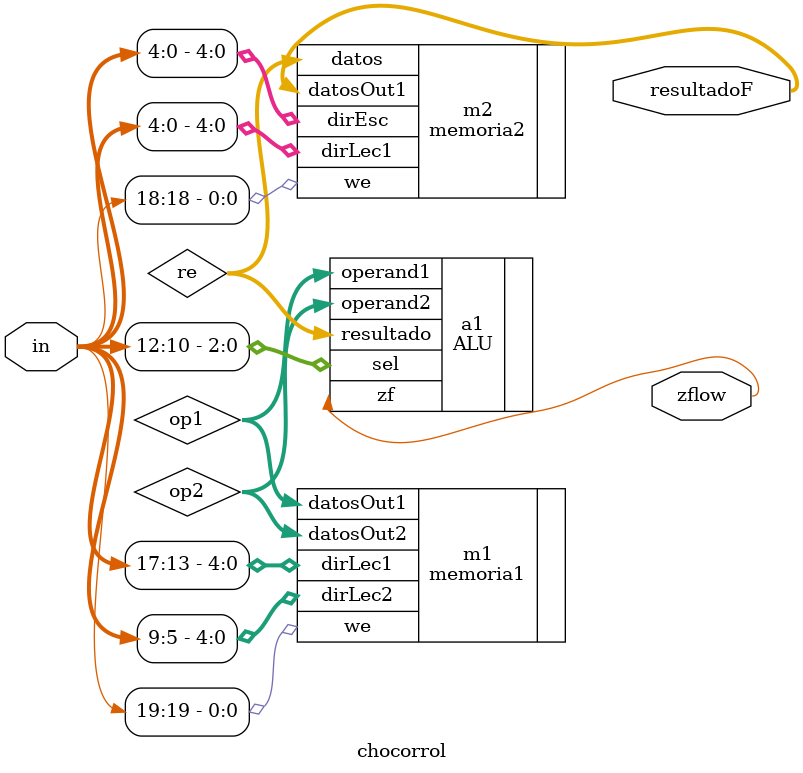
<source format=v>
`timescale 1ns/1ns

module chocorrol (
	input[19:0] in,
	output[31:0] resultadoF,
	output zflow
);

wire[31:0] op1, op2, re;

memoria1 m1(
	.dirLec1(in[17:13]),
	.dirLec2(in[9:5]),
	.we(in[19]),
	.datosOut1(op1),
	.datosOut2(op2));


ALU a1(
	.operand1(op1),
	.operand2(op2),
	.sel(in[12:10]),
	.resultado(re),
	.zf(zflow));
	

memoria2 m2(
	.datos(re),
	.dirEsc(in[4:0]),
	.dirLec1(in[4:0]),
	.we(in[18]),
	.datosOut1(resultadoF));


endmodule

</source>
